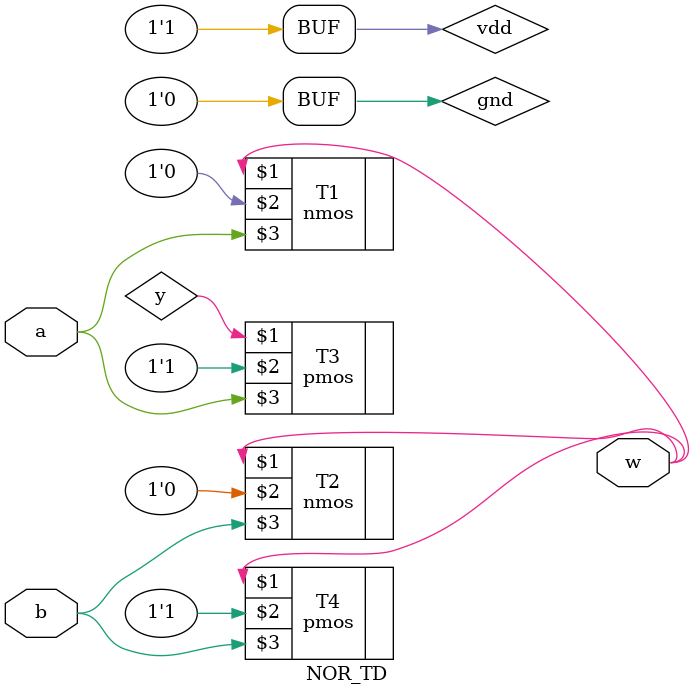
<source format=v>
`timescale 1ns / 1ps
module NOR_TD(
    input a,
    input b,
    output w
    );
	 supply0 gnd;
	 supply1 vdd;
	 wire y;
	 nmos #(5)T1(w,gnd,a);
  	 nmos #(5)T2(w,gnd,b);
	 pmos #(6)T3(y,vdd,a);
	 pmos #(6)T4(w,vdd,b);
endmodule

</source>
